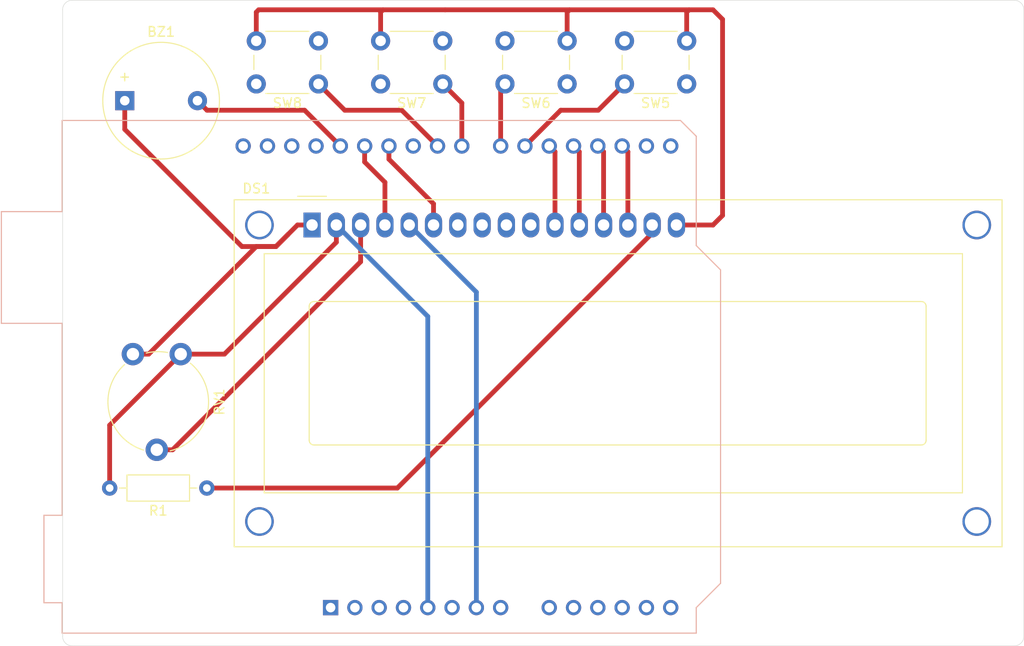
<source format=kicad_pcb>
(kicad_pcb (version 20241229) (generator "pcbnew") (generator_version "9.0")
  (layers (0 "F.Cu" signal) (2 "B.Cu" signal) (13 "F.Paste" user) (15 "B.Paste" user) (5 "F.SilkS" user "F.Silkscreen") (7 "B.SilkS" user "B.Silkscreen") (1 "F.Mask" user) (3 "B.Mask" user) (25 "Edge.Cuts" user))
  (net 0 "")
  (net 2 "/D6")
  (net 3 "/D2")
  (net 7 "/D4")
  (net 10 "/D12")
  (net 15 "/D7")
  (net 17 "/Vss")
  (net 18 "/D9")
  (net 21 "/D5")
  (net 22 "/D11")
  (net 23 "/Vdd")
  (net 24 "/D8")
  (net 27 "/D13")
  (net 28 "/D3")
  (net 36 "Net-(DS1-LED(+))")
  (net 37 "Net-(DS1-VO)")
  (footprint "Button_Switch_THT:SW_PUSH_6mm" (layer "F.Cu") (at 90.75 45.25 180)
    (property "Reference" "SW7" (at 3.25 -2 0) (layer "F.SilkS"))
    (property "Value" "SW_Push")
    (fp_line (start 6.75 3) (end 6.75 1.5) (stroke (width 0.12)) (layer "F.SilkS"))
    (fp_line (start 5.5 -1) (end 1 -1) (stroke (width 0.12)) (layer "F.SilkS"))
    (fp_line (start 1 5.5) (end 5.5 5.5) (stroke (width 0.12)) (layer "F.SilkS"))
    (fp_line (start -0.25 1.5) (end -0.25 3) (stroke (width 0.12)) (layer "F.SilkS"))
    (pad "1" thru_hole circle (at 0 0 270) (size 2 2) (drill 1.1) (layers "*.Cu" "*.Mask") (net 24 "/D8"))
    (pad "1" thru_hole circle (at 6.5 0 270) (size 2 2) (drill 1.1) (layers "*.Cu" "*.Mask") (net 24 "/D8"))
    (pad "2" thru_hole circle (at 0 4.5 270) (size 2 2) (drill 1.1) (layers "*.Cu" "*.Mask") (net 17 "/Vss"))
    (pad "2" thru_hole circle (at 6.5 4.5 270) (size 2 2) (drill 1.1) (layers "*.Cu" "*.Mask") (net 17 "/Vss"))
  )
  (footprint "Button_Switch_THT:SW_PUSH_6mm" (layer "F.Cu") (at 77.75 45.25 180)
    (property "Reference" "SW8" (at 3.25 -2 0) (layer "F.SilkS"))
    (property "Value" "SW_Push")
    (fp_line (start 6.75 3) (end 6.75 1.5) (stroke (width 0.12)) (layer "F.SilkS"))
    (fp_line (start 5.5 -1) (end 1 -1) (stroke (width 0.12)) (layer "F.SilkS"))
    (fp_line (start 1 5.5) (end 5.5 5.5) (stroke (width 0.12)) (layer "F.SilkS"))
    (fp_line (start -0.25 1.5) (end -0.25 3) (stroke (width 0.12)) (layer "F.SilkS"))
    (pad "1" thru_hole circle (at 0 0 270) (size 2 2) (drill 1.1) (layers "*.Cu" "*.Mask") (net 18 "/D9"))
    (pad "1" thru_hole circle (at 6.5 0 270) (size 2 2) (drill 1.1) (layers "*.Cu" "*.Mask") (net 18 "/D9"))
    (pad "2" thru_hole circle (at 0 4.5 270) (size 2 2) (drill 1.1) (layers "*.Cu" "*.Mask") (net 17 "/Vss"))
    (pad "2" thru_hole circle (at 6.5 4.5 270) (size 2 2) (drill 1.1) (layers "*.Cu" "*.Mask") (net 17 "/Vss"))
  )
  (footprint "Potentiometer_THT:Potentiometer_Piher_PT-10-V10_Vertical" (layer "F.Cu") (at 58.35 73.5 -90)
    (property "Reference" "RV1" (at 5 -9.05 90) (layer "F.SilkS"))
    (property "Value" "R_Potentiometer")
    (fp_arc (start 10.027 -1.1) (mid 6.134659 2.486075) (end 1.094 0.873) (stroke (width 0.12)) (layer "F.SilkS"))
    (fp_arc (start -0.108 -1.396) (mid -0.258003 -2.50009) (end -0.172 -3.611) (stroke (width 0.12)) (layer "F.SilkS"))
    (fp_arc (start 0.96 -6.019) (mid 6.188516 -7.774112) (end 10.11 -3.896) (stroke (width 0.12)) (layer "F.SilkS"))
    (pad "1" thru_hole circle (at 0 0 270) (size 2.34 2.34) (drill 1.3) (layers "*.Cu" "*.Mask") (net 17 "/Vss"))
    (pad "2" thru_hole circle (at 10 -2.5 270) (size 2.34 2.34) (drill 1.3) (layers "*.Cu" "*.Mask") (net 37 "Net-(DS1-VO)"))
    (pad "3" thru_hole circle (at 0 -5 270) (size 2.34 2.34) (drill 1.3) (layers "*.Cu" "*.Mask") (net 23 "/Vdd"))
  )
  (footprint "Resistor_THT:R_Axial_DIN0207_L6.3mm_D2.5mm_P10.16mm_Horizontal" (layer "F.Cu") (at 66.08 87.5 180)
    (property "Reference" "R1" (at 5.08 -2.37 0) (layer "F.SilkS"))
    (property "Value" "R_US")
    (fp_line (start 9.12 0) (end 8.35 0) (stroke (width 0.12)) (layer "F.SilkS"))
    (fp_line (start 1.04 0) (end 1.81 0) (stroke (width 0.12)) (layer "F.SilkS"))
    (fp_rect (start 1.81 -1.37) (end 8.35 1.37) (stroke (width 0.12)) (fill no) (layer "F.SilkS"))
    (pad "1" thru_hole circle (at 0 0 180) (size 1.6 1.6) (drill 0.8) (layers "*.Cu" "*.Mask") (net 36 "Net-(DS1-LED(+))"))
    (pad "2" thru_hole circle (at 10.16 0 180) (size 1.6 1.6) (drill 0.8) (layers "*.Cu" "*.Mask") (net 23 "/Vdd"))
  )
  (footprint "Button_Switch_THT:SW_PUSH_6mm" (layer "F.Cu") (at 103.75 45.25 180)
    (property "Reference" "SW6" (at 3.25 -2 0) (layer "F.SilkS"))
    (property "Value" "SW_Push")
    (fp_line (start 6.75 3) (end 6.75 1.5) (stroke (width 0.12)) (layer "F.SilkS"))
    (fp_line (start 5.5 -1) (end 1 -1) (stroke (width 0.12)) (layer "F.SilkS"))
    (fp_line (start 1 5.5) (end 5.5 5.5) (stroke (width 0.12)) (layer "F.SilkS"))
    (fp_line (start -0.25 1.5) (end -0.25 3) (stroke (width 0.12)) (layer "F.SilkS"))
    (pad "1" thru_hole circle (at 0 0 270) (size 2 2) (drill 1.1) (layers "*.Cu" "*.Mask") (net 15 "/D7"))
    (pad "1" thru_hole circle (at 6.5 0 270) (size 2 2) (drill 1.1) (layers "*.Cu" "*.Mask") (net 15 "/D7"))
    (pad "2" thru_hole circle (at 0 4.5 270) (size 2 2) (drill 1.1) (layers "*.Cu" "*.Mask") (net 17 "/Vss"))
    (pad "2" thru_hole circle (at 6.5 4.5 270) (size 2 2) (drill 1.1) (layers "*.Cu" "*.Mask") (net 17 "/Vss"))
  )
  (footprint "Buzzer_Beeper:Buzzer_12x9.5RM7.6" (layer "F.Cu") (at 57.5 47)
    (property "Reference" "BZ1" (at 3.8 -7.2 0) (layer "F.SilkS"))
    (property "Value" "Buzzer")
    (fp_circle (center 3.8 0) (end 9.9 0) (stroke (width 0.12)) (fill no) (layer "F.SilkS"))
    (fp_text user "+" (at -0.01 -2.54 0) (layer "F.SilkS"))
    (pad "1" thru_hole rect (at 0 0) (size 2 2) (drill 1) (layers "*.Cu" "*.Mask") (net 17 "/Vss"))
    (pad "2" thru_hole circle (at 7.6 0) (size 2 2) (drill 1) (layers "*.Cu" "*.Mask") (net 27 "/D13"))
  )
  (footprint "Display:WC1602A" (layer "F.Cu") (at 77.08052 59.9993)
    (property "Reference" "DS1" (at -5.82 -3.81 0) (layer "F.SilkS"))
    (property "Value" "WC1602A")
    (fp_line (start -8.14 -2.64) (end -8.14 33.64) (stroke (width 0.12)) (layer "F.SilkS"))
    (fp_line (start -8.14 33.64) (end 72.14 33.64) (stroke (width 0.12)) (layer "F.SilkS"))
    (fp_line (start -8.13 -2.64) (end -7.34 -2.64) (stroke (width 0.12)) (layer "F.SilkS"))
    (fp_line (start -5 3) (end 68 3) (stroke (width 0.12)) (layer "F.SilkS"))
    (fp_line (start -5 28) (end -5 3) (stroke (width 0.12)) (layer "F.SilkS"))
    (fp_line (start -1.5 -3) (end 1.5 -3) (stroke (width 0.12)) (layer "F.SilkS"))
    (fp_line (start -0.29972 22.49932) (end -0.29972 8.5) (stroke (width 0.12)) (layer "F.SilkS"))
    (fp_line (start 0.2 8) (end 63.7 8) (stroke (width 0.12)) (layer "F.SilkS"))
    (fp_line (start 63.70066 23) (end 0.2 23) (stroke (width 0.12)) (layer "F.SilkS"))
    (fp_line (start 64.2 8.5) (end 64.2 22.5) (stroke (width 0.12)) (layer "F.SilkS"))
    (fp_line (start 68 3) (end 68 28) (stroke (width 0.12)) (layer "F.SilkS"))
    (fp_line (start 68 28) (end -5 28) (stroke (width 0.12)) (layer "F.SilkS"))
    (fp_line (start 72.14 -2.64) (end -7.34 -2.64) (stroke (width 0.12)) (layer "F.SilkS"))
    (fp_line (start 72.14 33.64) (end 72.14 -2.64) (stroke (width 0.12)) (layer "F.SilkS"))
    (fp_arc (start -0.29972 8.49884) (mid -0.153162 8.145018) (end 0.20066 7.99846) (stroke (width 0.12)) (layer "F.SilkS"))
    (fp_arc (start 0.20066 22.9997) (mid -0.153162 22.853142) (end -0.29972 22.49932) (stroke (width 0.12)) (layer "F.SilkS"))
    (fp_arc (start 63.7 8) (mid 64.053553 8.146447) (end 64.2 8.5) (stroke (width 0.12)) (layer "F.SilkS"))
    (fp_arc (start 64.20104 22.49932) (mid 64.054482 22.853142) (end 63.70066 22.9997) (stroke (width 0.12)) (layer "F.SilkS"))
    (pad "" thru_hole circle (at -5.4991 0) (size 3 3) (drill 2.5) (layers "*.Cu" "*.Mask"))
    (pad "" thru_hole circle (at -5.4991 31.0007) (size 3 3) (drill 2.5) (layers "*.Cu" "*.Mask"))
    (pad "" thru_hole circle (at 69.49948 31.0007) (size 3 3) (drill 2.5) (layers "*.Cu" "*.Mask"))
    (pad "" thru_hole circle (at 69.5 0) (size 3 3) (drill 2.5) (layers "*.Cu" "*.Mask"))
    (pad "1" thru_hole rect (at 0 0) (size 1.8 2.6) (drill 1.2) (layers "*.Cu" "*.Mask") (net 17 "/Vss"))
    (pad "2" thru_hole oval (at 2.54 0) (size 1.8 2.6) (drill 1.2) (layers "*.Cu" "*.Mask") (net 23 "/Vdd"))
    (pad "3" thru_hole oval (at 5.08 0) (size 1.8 2.6) (drill 1.2) (layers "*.Cu" "*.Mask") (net 37 "Net-(DS1-VO)"))
    (pad "4" thru_hole oval (at 7.62 0) (size 1.8 2.6) (drill 1.2) (layers "*.Cu" "*.Mask") (net 10 "/D12"))
    (pad "5" thru_hole oval (at 10.16 0) (size 1.8 2.6) (drill 1.2) (layers "*.Cu" "*.Mask") (net 17 "/Vss"))
    (pad "6" thru_hole oval (at 12.7 0) (size 1.8 2.6) (drill 1.2) (layers "*.Cu" "*.Mask") (net 22 "/D11"))
    (pad "7" thru_hole oval (at 15.24 0) (size 1.8 2.6) (drill 1.2) (layers "*.Cu" "*.Mask"))
    (pad "8" thru_hole oval (at 17.78 0) (size 1.8 2.6) (drill 1.2) (layers "*.Cu" "*.Mask"))
    (pad "9" thru_hole oval (at 20.32 0) (size 1.8 2.6) (drill 1.2) (layers "*.Cu" "*.Mask"))
    (pad "10" thru_hole oval (at 22.86 0) (size 1.8 2.6) (drill 1.2) (layers "*.Cu" "*.Mask"))
    (pad "11" thru_hole oval (at 25.4 0) (size 1.8 2.6) (drill 1.2) (layers "*.Cu" "*.Mask") (net 21 "/D5"))
    (pad "12" thru_hole oval (at 27.94 0) (size 1.8 2.6) (drill 1.2) (layers "*.Cu" "*.Mask") (net 7 "/D4"))
    (pad "13" thru_hole oval (at 30.48 0) (size 1.8 2.6) (drill 1.2) (layers "*.Cu" "*.Mask") (net 28 "/D3"))
    (pad "14" thru_hole oval (at 33.02 0) (size 1.8 2.6) (drill 1.2) (layers "*.Cu" "*.Mask") (net 3 "/D2"))
    (pad "15" thru_hole oval (at 35.56 0) (size 1.8 2.6) (drill 1.2) (layers "*.Cu" "*.Mask") (net 36 "Net-(DS1-LED(+))"))
    (pad "16" thru_hole oval (at 38.1 0) (size 1.8 2.6) (drill 1.2) (layers "*.Cu" "*.Mask") (net 17 "/Vss"))
  )
  (footprint "Button_Switch_THT:SW_PUSH_6mm" (layer "F.Cu") (at 116.25 45.25 180)
    (property "Reference" "SW5" (at 3.25 -2 0) (layer "F.SilkS"))
    (property "Value" "SW_Push")
    (fp_line (start 6.75 3) (end 6.75 1.5) (stroke (width 0.12)) (layer "F.SilkS"))
    (fp_line (start 5.5 -1) (end 1 -1) (stroke (width 0.12)) (layer "F.SilkS"))
    (fp_line (start 1 5.5) (end 5.5 5.5) (stroke (width 0.12)) (layer "F.SilkS"))
    (fp_line (start -0.25 1.5) (end -0.25 3) (stroke (width 0.12)) (layer "F.SilkS"))
    (pad "1" thru_hole circle (at 0 0 270) (size 2 2) (drill 1.1) (layers "*.Cu" "*.Mask") (net 2 "/D6"))
    (pad "1" thru_hole circle (at 6.5 0 270) (size 2 2) (drill 1.1) (layers "*.Cu" "*.Mask") (net 2 "/D6"))
    (pad "2" thru_hole circle (at 0 4.5 270) (size 2 2) (drill 1.1) (layers "*.Cu" "*.Mask") (net 17 "/Vss"))
    (pad "2" thru_hole circle (at 6.5 4.5 270) (size 2 2) (drill 1.1) (layers "*.Cu" "*.Mask") (net 17 "/Vss"))
  )
  (footprint "Module:Arduino_UNO_R3" (layer "B.Cu") (at 79.02 100)
    (property "Reference" "A1" (hide yes))
    (property "Value" "Arduino_UNO_R3")
    (fp_line (start -34.42 -41.4) (end -28.07 -41.4) (stroke (width 0.12)) (layer "B.SilkS"))
    (fp_line (start -34.42 -29.72) (end -34.42 -41.4) (stroke (width 0.12)) (layer "B.SilkS"))
    (fp_line (start -29.97 -9.65) (end -28.07 -9.65) (stroke (width 0.12)) (layer "B.SilkS"))
    (fp_line (start -29.97 -0.51) (end -29.97 -9.65) (stroke (width 0.12)) (layer "B.SilkS"))
    (fp_line (start -28.07 -50.93) (end 36.58 -50.93) (stroke (width 0.12)) (layer "B.SilkS"))
    (fp_line (start -28.07 -41.4) (end -28.07 -50.93) (stroke (width 0.12)) (layer "B.SilkS"))
    (fp_line (start -28.07 -29.72) (end -34.42 -29.72) (stroke (width 0.12)) (layer "B.SilkS"))
    (fp_line (start -28.07 -9.65) (end -28.07 -29.72) (stroke (width 0.12)) (layer "B.SilkS"))
    (fp_line (start -28.07 -0.51) (end -29.97 -0.51) (stroke (width 0.12)) (layer "B.SilkS"))
    (fp_line (start -28.07 2.67) (end -28.07 -0.51) (stroke (width 0.12)) (layer "B.SilkS"))
    (fp_line (start 36.58 -50.93) (end 38.23 -49.28) (stroke (width 0.12)) (layer "B.SilkS"))
    (fp_line (start 38.23 -49.28) (end 38.23 -37.85) (stroke (width 0.12)) (layer "B.SilkS"))
    (fp_line (start 38.23 -37.85) (end 40.77 -35.31) (stroke (width 0.12)) (layer "B.SilkS"))
    (fp_line (start 38.23 0) (end 38.23 2.67) (stroke (width 0.12)) (layer "B.SilkS"))
    (fp_line (start 38.23 2.67) (end -28.07 2.67) (stroke (width 0.12)) (layer "B.SilkS"))
    (fp_line (start 40.77 -35.31) (end 40.77 -2.54) (stroke (width 0.12)) (layer "B.SilkS"))
    (fp_line (start 40.77 -2.54) (end 38.23 0) (stroke (width 0.12)) (layer "B.SilkS"))
    (pad "1" thru_hole rect (at 0 0 270) (size 1.6 1.6) (drill 1) (layers "*.Cu" "*.Mask"))
    (pad "2" thru_hole oval (at 2.54 0 270) (size 1.6 1.6) (drill 1) (layers "*.Cu" "*.Mask"))
    (pad "3" thru_hole oval (at 5.08 0 270) (size 1.6 1.6) (drill 1) (layers "*.Cu" "*.Mask"))
    (pad "4" thru_hole oval (at 7.62 0 270) (size 1.6 1.6) (drill 1) (layers "*.Cu" "*.Mask"))
    (pad "5" thru_hole oval (at 10.16 0 270) (size 1.6 1.6) (drill 1) (layers "*.Cu" "*.Mask") (net 23 "/Vdd"))
    (pad "6" thru_hole oval (at 12.7 0 270) (size 1.6 1.6) (drill 1) (layers "*.Cu" "*.Mask"))
    (pad "7" thru_hole oval (at 15.24 0 270) (size 1.6 1.6) (drill 1) (layers "*.Cu" "*.Mask") (net 17 "/Vss"))
    (pad "8" thru_hole oval (at 17.78 0 270) (size 1.6 1.6) (drill 1) (layers "*.Cu" "*.Mask"))
    (pad "9" thru_hole oval (at 22.86 0 270) (size 1.6 1.6) (drill 1) (layers "*.Cu" "*.Mask"))
    (pad "10" thru_hole oval (at 25.4 0 270) (size 1.6 1.6) (drill 1) (layers "*.Cu" "*.Mask"))
    (pad "11" thru_hole oval (at 27.94 0 270) (size 1.6 1.6) (drill 1) (layers "*.Cu" "*.Mask"))
    (pad "12" thru_hole oval (at 30.48 0 270) (size 1.6 1.6) (drill 1) (layers "*.Cu" "*.Mask"))
    (pad "13" thru_hole oval (at 33.02 0 270) (size 1.6 1.6) (drill 1) (layers "*.Cu" "*.Mask"))
    (pad "14" thru_hole oval (at 35.56 0 270) (size 1.6 1.6) (drill 1) (layers "*.Cu" "*.Mask"))
    (pad "15" thru_hole oval (at 35.56 -48.26 270) (size 1.6 1.6) (drill 1) (layers "*.Cu" "*.Mask"))
    (pad "16" thru_hole oval (at 33.02 -48.26 270) (size 1.6 1.6) (drill 1) (layers "*.Cu" "*.Mask"))
    (pad "17" thru_hole oval (at 30.48 -48.26 270) (size 1.6 1.6) (drill 1) (layers "*.Cu" "*.Mask") (net 3 "/D2"))
    (pad "18" thru_hole oval (at 27.94 -48.26 270) (size 1.6 1.6) (drill 1) (layers "*.Cu" "*.Mask") (net 28 "/D3"))
    (pad "19" thru_hole oval (at 25.4 -48.26 270) (size 1.6 1.6) (drill 1) (layers "*.Cu" "*.Mask") (net 7 "/D4"))
    (pad "20" thru_hole oval (at 22.86 -48.26 270) (size 1.6 1.6) (drill 1) (layers "*.Cu" "*.Mask") (net 21 "/D5"))
    (pad "21" thru_hole oval (at 20.32 -48.26 270) (size 1.6 1.6) (drill 1) (layers "*.Cu" "*.Mask") (net 2 "/D6"))
    (pad "22" thru_hole oval (at 17.78 -48.26 270) (size 1.6 1.6) (drill 1) (layers "*.Cu" "*.Mask") (net 15 "/D7"))
    (pad "23" thru_hole oval (at 13.72 -48.26 270) (size 1.6 1.6) (drill 1) (layers "*.Cu" "*.Mask") (net 24 "/D8"))
    (pad "24" thru_hole oval (at 11.18 -48.26 270) (size 1.6 1.6) (drill 1) (layers "*.Cu" "*.Mask") (net 18 "/D9"))
    (pad "25" thru_hole oval (at 8.64 -48.26 270) (size 1.6 1.6) (drill 1) (layers "*.Cu" "*.Mask"))
    (pad "26" thru_hole oval (at 6.1 -48.26 270) (size 1.6 1.6) (drill 1) (layers "*.Cu" "*.Mask") (net 22 "/D11"))
    (pad "27" thru_hole oval (at 3.56 -48.26 270) (size 1.6 1.6) (drill 1) (layers "*.Cu" "*.Mask") (net 10 "/D12"))
    (pad "28" thru_hole oval (at 1.02 -48.26 270) (size 1.6 1.6) (drill 1) (layers "*.Cu" "*.Mask") (net 27 "/D13"))
    (pad "29" thru_hole oval (at -1.52 -48.26 270) (size 1.6 1.6) (drill 1) (layers "*.Cu" "*.Mask"))
    (pad "30" thru_hole oval (at -4.06 -48.26 270) (size 1.6 1.6) (drill 1) (layers "*.Cu" "*.Mask"))
    (pad "31" thru_hole oval (at -6.6 -48.26 270) (size 1.6 1.6) (drill 1) (layers "*.Cu" "*.Mask"))
    (pad "32" thru_hole oval (at -9.14 -48.26 270) (size 1.6 1.6) (drill 1) (layers "*.Cu" "*.Mask"))
  )
  (gr_line (start 150.5 104) (end 52 104) (stroke (width 0.05)) (layer "Edge.Cuts"))
  (gr_arc (start 151.5 103) (mid 151.207107 103.707107) (end 150.5 104) (stroke (width 0.05)) (layer "Edge.Cuts"))
  (gr_arc (start 51 37.5) (mid 51.292893 36.792893) (end 52 36.5) (stroke (width 0.05)) (layer "Edge.Cuts"))
  (gr_arc (start 52 104) (mid 51.292893 103.707107) (end 51 103) (stroke (width 0.05)) (layer "Edge.Cuts"))
  (gr_arc (start 150.5 36.5) (mid 151.207107 36.792893) (end 151.5 37.5) (stroke (width 0.05)) (layer "Edge.Cuts"))
  (gr_line (start 151.5 37.5) (end 151.5 103) (stroke (width 0.05)) (layer "Edge.Cuts"))
  (gr_line (start 52 36.5) (end 150.5 36.5) (stroke (width 0.05)) (layer "Edge.Cuts"))
  (gr_line (start 51 103) (end 51 37.5) (stroke (width 0.05)) (layer "Edge.Cuts"))
  (segment (start 103.08 48) (end 99.34 51.74) (width 0.5) (layer "F.Cu") (net 2))
  (segment (start 107 48) (end 103.08 48) (width 0.5) (layer "F.Cu") (net 2))
  (segment (start 109.75 45.25) (end 107 48) (width 0.5) (layer "F.Cu") (net 2))
  (segment (start 110.10052 52.34052) (end 109.5 51.74) (width 0.5) (layer "F.Cu") (net 3))
  (segment (start 110.10052 59.9993) (end 110.10052 52.34052) (width 0.5) (layer "F.Cu") (net 3))
  (segment (start 105.02052 59.9993) (end 105.02052 52.34052) (width 0.5) (layer "F.Cu") (net 7))
  (segment (start 105.02052 52.34052) (end 104.42 51.74) (width 0.5) (layer "F.Cu") (net 7))
  (segment (start 84.70052 59.9993) (end 84.70052 55.53052) (width 0.5) (layer "F.Cu") (net 10))
  (segment (start 84.70052 55.53052) (end 82.58 53.41) (width 0.5) (layer "F.Cu") (net 10))
  (segment (start 82.58 53.41) (end 82.58 51.74) (width 0.5) (layer "F.Cu") (net 10))
  (segment (start 96.8 45.7) (end 97.25 45.25) (width 0.5) (layer "F.Cu") (net 15))
  (segment (start 96.8 51.74) (end 96.8 45.7) (width 0.5) (layer "F.Cu") (net 15))
  (segment (start 57.5 50) (end 57.5 47) (width 0.5) (layer "F.Cu") (net 17))
  (segment (start 73.30826 62.25) (end 69.75 62.25) (width 0.5) (layer "F.Cu") (net 17))
  (segment (start 74.558259 61) (end 73.30826 62.25) (width 0.5) (layer "F.Cu") (net 17))
  (segment (start 71.5 37.5) (end 84.5 37.5) (width 0.5) (layer "F.Cu") (net 17))
  (segment (start 103.75 37.75) (end 104 37.5) (width 0.5) (layer "F.Cu") (net 17))
  (segment (start 75.558959 59.9993) (end 77.08052 59.9993) (width 0.5) (layer "F.Cu") (net 17))
  (segment (start 103.75 40.75) (end 103.75 37.75) (width 0.5) (layer "F.Cu") (net 17))
  (segment (start 71.25 40.75) (end 71.25 37.75) (width 0.5) (layer "F.Cu") (net 17))
  (segment (start 71.25 62.25) (end 73.308259 62.25) (width 0.5) (layer "F.Cu") (net 17))
  (segment (start 120 59) (end 119 60) (width 0.5) (layer "F.Cu") (net 17))
  (segment (start 116.5 37.5) (end 119 37.5) (width 0.5) (layer "F.Cu") (net 17))
  (segment (start 84.5 37.5) (end 91 37.5) (width 0.5) (layer "F.Cu") (net 17))
  (segment (start 71.25 37.75) (end 71.5 37.5) (width 0.5) (layer "F.Cu") (net 17))
  (segment (start 74.558259 61) (end 75.558959 59.9993) (width 0.5) (layer "F.Cu") (net 17))
  (segment (start 119 37.5) (end 120 38.5) (width 0.5) (layer "F.Cu") (net 17))
  (segment (start 118.9993 59.9993) (end 115.18052 59.9993) (width 0.5) (layer "F.Cu") (net 17))
  (segment (start 84.25 37.75) (end 84.5 37.5) (width 0.5) (layer "F.Cu") (net 17))
  (segment (start 116.25 37.75) (end 116.5 37.5) (width 0.5) (layer "F.Cu") (net 17))
  (segment (start 73.308259 62.25) (end 74.558259 61) (width 0.5) (layer "F.Cu") (net 17))
  (segment (start 69.75 62.25) (end 57.5 50) (width 0.5) (layer "F.Cu") (net 17))
  (segment (start 120 38.5) (end 120 59) (width 0.5) (layer "F.Cu") (net 17))
  (segment (start 104 37.5) (end 116.5 37.5) (width 0.5) (layer "F.Cu") (net 17))
  (segment (start 119 60) (end 118.9993 59.9993) (width 0.5) (layer "F.Cu") (net 17))
  (segment (start 116.25 40.75) (end 116.25 37.75) (width 0.5) (layer "F.Cu") (net 17))
  (segment (start 84.25 40.75) (end 84.25 37.75) (width 0.5) (layer "F.Cu") (net 17))
  (segment (start 60 73.5) (end 71.25 62.25) (width 0.5) (layer "F.Cu") (net 17))
  (segment (start 91 37.5) (end 104 37.5) (width 0.5) (layer "F.Cu") (net 17))
  (segment (start 58.35 73.5) (end 60 73.5) (width 0.5) (layer "F.Cu") (net 17))
  (segment (start 94.26 67.01878) (end 87.24052 59.9993) (width 0.5) (layer "B.Cu") (net 17))
  (segment (start 94.26 100) (end 94.26 67.01878) (width 0.5) (layer "B.Cu") (net 17))
  (segment (start 77.75 45.25) (end 80.5 48) (width 0.5) (layer "F.Cu") (net 18))
  (segment (start 86.46 48) (end 90.2 51.74) (width 0.5) (layer "F.Cu") (net 18))
  (segment (start 80.5 48) (end 86.46 48) (width 0.5) (layer "F.Cu") (net 18))
  (segment (start 102.48052 52.34052) (end 101.88 51.74) (width 0.5) (layer "F.Cu") (net 21))
  (segment (start 102.48052 59.9993) (end 102.48052 52.34052) (width 0.5) (layer "F.Cu") (net 21))
  (segment (start 85.12 53.12) (end 85.12 51.74) (width 0.5) (layer "F.Cu") (net 22))
  (segment (start 89.78052 57.78052) (end 85.12 53.12) (width 0.5) (layer "F.Cu") (net 22))
  (segment (start 89.78052 59.9993) (end 89.78052 57.78052) (width 0.5) (layer "F.Cu") (net 22))
  (segment (start 67.91982 73.5) (end 79.62052 61.7993) (width 0.5) (layer "F.Cu") (net 23))
  (segment (start 55.92 80.93) (end 63.35 73.5) (width 0.5) (layer "F.Cu") (net 23))
  (segment (start 55.92 87.5) (end 55.92 80.93) (width 0.5) (layer "F.Cu") (net 23))
  (segment (start 79.62052 61.7993) (end 79.62052 59.9993) (width 0.5) (layer "F.Cu") (net 23))
  (segment (start 63.35 73.5) (end 67.91982 73.5) (width 0.5) (layer "F.Cu") (net 23))
  (segment (start 89.18 100) (end 89.18 69.55878) (width 0.5) (layer "B.Cu") (net 23))
  (segment (start 89.18 69.55878) (end 79.62052 59.9993) (width 0.5) (layer "B.Cu") (net 23))
  (segment (start 92.74 47.24) (end 92.74 51.74) (width 0.5) (layer "F.Cu") (net 24))
  (segment (start 93 51.48) (end 92.74 51.74) (width 0.5) (layer "F.Cu") (net 24))
  (segment (start 90.75 45.25) (end 92.74 47.24) (width 0.5) (layer "F.Cu") (net 24))
  (segment (start 66.1 48) (end 76.3 48) (width 0.5) (layer "F.Cu") (net 27))
  (segment (start 76.3 48) (end 80.04 51.74) (width 0.5) (layer "F.Cu") (net 27))
  (segment (start 65.1 47) (end 66.1 48) (width 0.5) (layer "F.Cu") (net 27))
  (segment (start 107.56052 52.34052) (end 106.96 51.74) (width 0.5) (layer "F.Cu") (net 28))
  (segment (start 107.56052 59.9993) (end 107.56052 52.34052) (width 0.5) (layer "F.Cu") (net 28))
  (segment (start 86 87.5) (end 112.64052 60.85948) (width 0.5) (layer "F.Cu") (net 36))
  (segment (start 66.08 87.5) (end 86 87.5) (width 0.5) (layer "F.Cu") (net 36))
  (segment (start 112.64052 60.85948) (end 112.64052 59.9993) (width 0.5) (layer "F.Cu") (net 36))
  (segment (start 62.5 83.5) (end 82.16052 63.83948) (width 0.5) (layer "F.Cu") (net 37))
  (segment (start 60.85 83.5) (end 62.5 83.5) (width 0.5) (layer "F.Cu") (net 37))
  (segment (start 82.16052 63.83948) (end 82.16052 59.9993) (width 0.5) (layer "F.Cu") (net 37))
)
</source>
